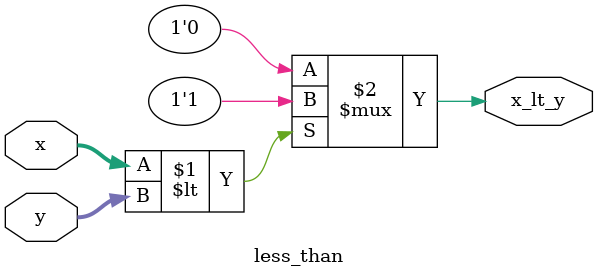
<source format=v>
`timescale 1ns / 1ps

//X < Y Comparator Module
module less_than(x, y, x_lt_y);
	input [3:0] x, y;
	output x_lt_y;
	
	assign x_lt_y = (x < y)?1'b1:1'b0;
	
endmodule

</source>
